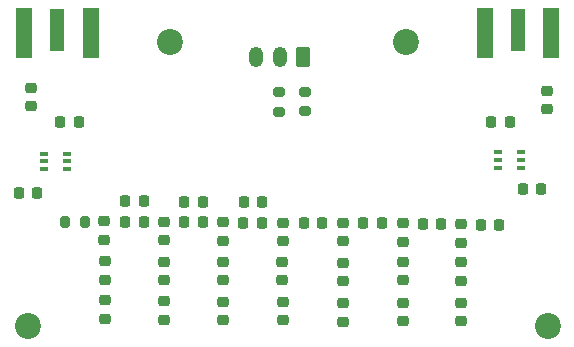
<source format=gbr>
%TF.GenerationSoftware,KiCad,Pcbnew,(6.0.1)*%
%TF.CreationDate,2022-02-11T18:02:55+00:00*%
%TF.ProjectId,Broadcast_Filter,42726f61-6463-4617-9374-5f46696c7465,rev?*%
%TF.SameCoordinates,Original*%
%TF.FileFunction,Soldermask,Top*%
%TF.FilePolarity,Negative*%
%FSLAX46Y46*%
G04 Gerber Fmt 4.6, Leading zero omitted, Abs format (unit mm)*
G04 Created by KiCad (PCBNEW (6.0.1)) date 2022-02-11 18:02:55*
%MOMM*%
%LPD*%
G01*
G04 APERTURE LIST*
G04 Aperture macros list*
%AMRoundRect*
0 Rectangle with rounded corners*
0 $1 Rounding radius*
0 $2 $3 $4 $5 $6 $7 $8 $9 X,Y pos of 4 corners*
0 Add a 4 corners polygon primitive as box body*
4,1,4,$2,$3,$4,$5,$6,$7,$8,$9,$2,$3,0*
0 Add four circle primitives for the rounded corners*
1,1,$1+$1,$2,$3*
1,1,$1+$1,$4,$5*
1,1,$1+$1,$6,$7*
1,1,$1+$1,$8,$9*
0 Add four rect primitives between the rounded corners*
20,1,$1+$1,$2,$3,$4,$5,0*
20,1,$1+$1,$4,$5,$6,$7,0*
20,1,$1+$1,$6,$7,$8,$9,0*
20,1,$1+$1,$8,$9,$2,$3,0*%
G04 Aperture macros list end*
%ADD10RoundRect,0.218750X-0.218750X-0.256250X0.218750X-0.256250X0.218750X0.256250X-0.218750X0.256250X0*%
%ADD11RoundRect,0.250000X0.350000X0.625000X-0.350000X0.625000X-0.350000X-0.625000X0.350000X-0.625000X0*%
%ADD12O,1.200000X1.750000*%
%ADD13RoundRect,0.225000X0.250000X-0.225000X0.250000X0.225000X-0.250000X0.225000X-0.250000X-0.225000X0*%
%ADD14RoundRect,0.225000X0.225000X0.250000X-0.225000X0.250000X-0.225000X-0.250000X0.225000X-0.250000X0*%
%ADD15RoundRect,0.218750X-0.256250X0.218750X-0.256250X-0.218750X0.256250X-0.218750X0.256250X0.218750X0*%
%ADD16R,1.270000X3.600000*%
%ADD17R,1.350000X4.200000*%
%ADD18C,2.200000*%
%ADD19RoundRect,0.200000X0.275000X-0.200000X0.275000X0.200000X-0.275000X0.200000X-0.275000X-0.200000X0*%
%ADD20RoundRect,0.200000X0.200000X0.275000X-0.200000X0.275000X-0.200000X-0.275000X0.200000X-0.275000X0*%
%ADD21RoundRect,0.225000X-0.225000X-0.250000X0.225000X-0.250000X0.225000X0.250000X-0.225000X0.250000X0*%
%ADD22R,0.650000X0.400000*%
%ADD23RoundRect,0.225000X-0.250000X0.225000X-0.250000X-0.225000X0.250000X-0.225000X0.250000X0.225000X0*%
G04 APERTURE END LIST*
D10*
%TO.C,L9*%
X121221000Y-118287900D03*
X122796000Y-118287900D03*
%TD*%
D11*
%TO.C,J2*%
X126333000Y-104232800D03*
D12*
X124333000Y-104232800D03*
X122333000Y-104232800D03*
%TD*%
D13*
%TO.C,C8*%
X114515500Y-126479700D03*
X114515500Y-124929700D03*
%TD*%
D14*
%TO.C,C5*%
X103797400Y-115722400D03*
X102247400Y-115722400D03*
%TD*%
D15*
%TO.C,L4*%
X114515500Y-118186200D03*
X114515500Y-119761200D03*
%TD*%
D13*
%TO.C,C1*%
X103276400Y-108382400D03*
X103276400Y-106832400D03*
%TD*%
D15*
%TO.C,L10*%
X124573900Y-118262400D03*
X124573900Y-119837400D03*
%TD*%
D16*
%TO.C,J3*%
X144500000Y-102000000D03*
D17*
X147325000Y-102200000D03*
X141675000Y-102200000D03*
%TD*%
D15*
%TO.C,L15*%
X134784700Y-121589800D03*
X134784700Y-123164800D03*
%TD*%
D13*
%TO.C,C10*%
X119493900Y-126530500D03*
X119493900Y-124980500D03*
%TD*%
D15*
%TO.C,L1*%
X109486300Y-118135400D03*
X109486300Y-119710400D03*
%TD*%
D18*
%TO.C,H2*%
X115000000Y-103000000D03*
%TD*%
%TO.C,H3*%
X135000000Y-103000000D03*
%TD*%
D10*
%TO.C,L3*%
X111238800Y-118211700D03*
X112813800Y-118211700D03*
%TD*%
D13*
%TO.C,C12*%
X124573900Y-126530500D03*
X124573900Y-124980500D03*
%TD*%
%TO.C,C14*%
X129679300Y-126657500D03*
X129679300Y-125107500D03*
%TD*%
D19*
%TO.C,R1*%
X126466600Y-108825800D03*
X126466600Y-107175800D03*
%TD*%
D15*
%TO.C,L17*%
X139661500Y-121640600D03*
X139661500Y-123215600D03*
%TD*%
D20*
%TO.C,R3*%
X107822100Y-118237100D03*
X106172100Y-118237100D03*
%TD*%
D15*
%TO.C,L11*%
X124548500Y-121589800D03*
X124548500Y-123164800D03*
%TD*%
D19*
%TO.C,R2*%
X124231400Y-108888800D03*
X124231400Y-107238800D03*
%TD*%
D15*
%TO.C,L16*%
X139686900Y-118389400D03*
X139686900Y-119964400D03*
%TD*%
D16*
%TO.C,J1*%
X105500000Y-102000000D03*
D17*
X108325000Y-102200000D03*
X102675000Y-102200000D03*
%TD*%
D15*
%TO.C,L5*%
X114515500Y-121564400D03*
X114515500Y-123139400D03*
%TD*%
D14*
%TO.C,C13*%
X127888900Y-118313300D03*
X126338900Y-118313300D03*
%TD*%
D15*
%TO.C,L2*%
X109511700Y-121513700D03*
X109511700Y-123088700D03*
%TD*%
D10*
%TO.C,L6*%
X116217200Y-118237100D03*
X117792200Y-118237100D03*
%TD*%
D13*
%TO.C,C3*%
X109511700Y-126403600D03*
X109511700Y-124853600D03*
%TD*%
D21*
%TO.C,C7*%
X144919400Y-115443000D03*
X146469400Y-115443000D03*
%TD*%
D14*
%TO.C,C6*%
X112801300Y-116459100D03*
X111251300Y-116459100D03*
%TD*%
D13*
%TO.C,C16*%
X134784700Y-126632100D03*
X134784700Y-125082100D03*
%TD*%
D22*
%TO.C,U2*%
X142814000Y-112329200D03*
X142814000Y-112979200D03*
X142814000Y-113629200D03*
X144714000Y-113629200D03*
X144714000Y-112979200D03*
X144714000Y-112329200D03*
%TD*%
D18*
%TO.C,H1*%
X147000000Y-127000000D03*
%TD*%
D14*
%TO.C,C17*%
X137998100Y-118414900D03*
X136448100Y-118414900D03*
%TD*%
D15*
%TO.C,L13*%
X129653900Y-121666000D03*
X129653900Y-123241000D03*
%TD*%
D23*
%TO.C,C20*%
X146964400Y-107124200D03*
X146964400Y-108674200D03*
%TD*%
D14*
%TO.C,C9*%
X117805100Y-116484500D03*
X116255100Y-116484500D03*
%TD*%
D15*
%TO.C,L14*%
X134733900Y-118338600D03*
X134733900Y-119913600D03*
%TD*%
D21*
%TO.C,C2*%
X105752600Y-109753400D03*
X107302600Y-109753400D03*
%TD*%
D15*
%TO.C,L12*%
X129653900Y-118287800D03*
X129653900Y-119862800D03*
%TD*%
D18*
%TO.C,H4*%
X103000000Y-127000000D03*
%TD*%
D14*
%TO.C,C4*%
X143802400Y-109728000D03*
X142252400Y-109728000D03*
%TD*%
D22*
%TO.C,U1*%
X106283800Y-113730800D03*
X106283800Y-113080800D03*
X106283800Y-112430800D03*
X104383800Y-112430800D03*
X104383800Y-113080800D03*
X104383800Y-113730800D03*
%TD*%
D14*
%TO.C,C19*%
X142925700Y-118440300D03*
X141375700Y-118440300D03*
%TD*%
D15*
%TO.C,L8*%
X119493900Y-121589800D03*
X119493900Y-123164800D03*
%TD*%
D14*
%TO.C,C15*%
X132943500Y-118338700D03*
X131393500Y-118338700D03*
%TD*%
%TO.C,C11*%
X122808900Y-116484500D03*
X121258900Y-116484500D03*
%TD*%
D15*
%TO.C,L7*%
X119493900Y-118237000D03*
X119493900Y-119812000D03*
%TD*%
D13*
%TO.C,C18*%
X139661500Y-126632100D03*
X139661500Y-125082100D03*
%TD*%
M02*

</source>
